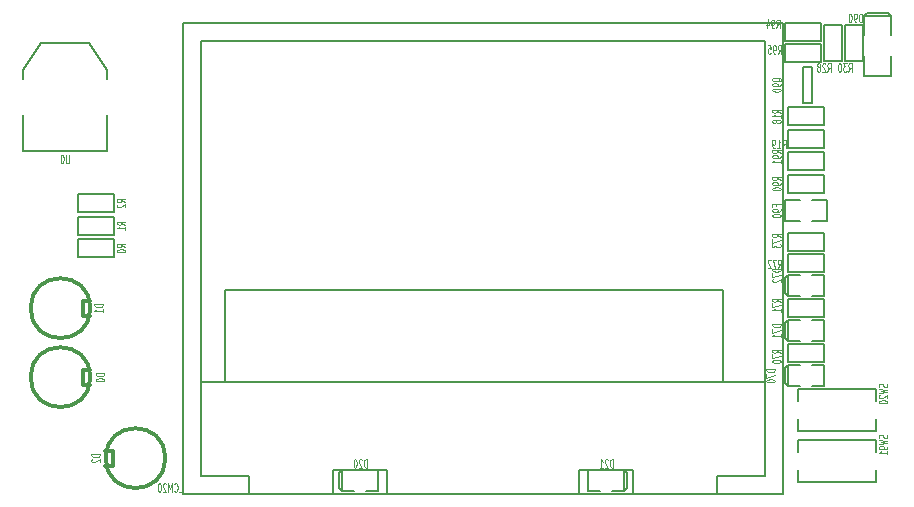
<source format=gbo>
G04 (created by PCBNEW (2013-03-31 BZR 4008)-stable) date 03/04/2013 13:08:04*
%MOIN*%
G04 Gerber Fmt 3.4, Leading zero omitted, Abs format*
%FSLAX34Y34*%
G01*
G70*
G90*
G04 APERTURE LIST*
%ADD10C,2.3622e-006*%
%ADD11C,0.005*%
%ADD12C,0.008*%
%ADD13C,0.012*%
%ADD14C,0.0045*%
G04 APERTURE END LIST*
G54D10*
G54D11*
X100150Y-44650D02*
X100150Y-45850D01*
X100150Y-45850D02*
X100450Y-45850D01*
X100450Y-45850D02*
X100450Y-44650D01*
X100450Y-44650D02*
X100150Y-44650D01*
X100050Y-49800D02*
X99550Y-49800D01*
X99550Y-49800D02*
X99550Y-49100D01*
X99550Y-49100D02*
X100050Y-49100D01*
X100450Y-49800D02*
X100950Y-49800D01*
X100950Y-49800D02*
X100950Y-49100D01*
X100950Y-49100D02*
X100450Y-49100D01*
X99650Y-46600D02*
X100850Y-46600D01*
X100850Y-46600D02*
X100850Y-46000D01*
X100850Y-46000D02*
X99650Y-46000D01*
X99650Y-46000D02*
X99650Y-46600D01*
X100850Y-46750D02*
X99650Y-46750D01*
X99650Y-46750D02*
X99650Y-47350D01*
X99650Y-47350D02*
X100850Y-47350D01*
X100850Y-47350D02*
X100850Y-46750D01*
X100850Y-48250D02*
X99650Y-48250D01*
X99650Y-48250D02*
X99650Y-48850D01*
X99650Y-48850D02*
X100850Y-48850D01*
X100850Y-48850D02*
X100850Y-48250D01*
X100850Y-47500D02*
X99650Y-47500D01*
X99650Y-47500D02*
X99650Y-48100D01*
X99650Y-48100D02*
X100850Y-48100D01*
X100850Y-48100D02*
X100850Y-47500D01*
X99550Y-43800D02*
X100750Y-43800D01*
X100750Y-43800D02*
X100750Y-43200D01*
X100750Y-43200D02*
X99550Y-43200D01*
X99550Y-43200D02*
X99550Y-43800D01*
X100750Y-43900D02*
X99550Y-43900D01*
X99550Y-43900D02*
X99550Y-44500D01*
X99550Y-44500D02*
X100750Y-44500D01*
X100750Y-44500D02*
X100750Y-43900D01*
X103100Y-42950D02*
X103000Y-42850D01*
X103000Y-42850D02*
X102300Y-42850D01*
X102300Y-42850D02*
X102200Y-42950D01*
X103100Y-44950D02*
X102200Y-44950D01*
X102200Y-44950D02*
X102200Y-44300D01*
X103100Y-43600D02*
X103100Y-42950D01*
X103100Y-42950D02*
X102200Y-42950D01*
X102200Y-42950D02*
X102200Y-43600D01*
X103100Y-44300D02*
X103100Y-44950D01*
X84800Y-58800D02*
X84700Y-58700D01*
X84700Y-58700D02*
X84700Y-58200D01*
X84700Y-58200D02*
X84800Y-58100D01*
X85200Y-58800D02*
X84800Y-58800D01*
X84800Y-58800D02*
X84800Y-58100D01*
X84800Y-58100D02*
X85200Y-58100D01*
X85600Y-58800D02*
X86000Y-58800D01*
X86000Y-58800D02*
X86000Y-58100D01*
X86000Y-58100D02*
X85600Y-58100D01*
X94200Y-58100D02*
X94300Y-58200D01*
X94300Y-58200D02*
X94300Y-58700D01*
X94300Y-58700D02*
X94200Y-58800D01*
X93800Y-58100D02*
X94200Y-58100D01*
X94200Y-58100D02*
X94200Y-58800D01*
X94200Y-58800D02*
X93800Y-58800D01*
X93400Y-58100D02*
X93000Y-58100D01*
X93000Y-58100D02*
X93000Y-58800D01*
X93000Y-58800D02*
X93400Y-58800D01*
X99650Y-55300D02*
X99550Y-55200D01*
X99550Y-55200D02*
X99550Y-54700D01*
X99550Y-54700D02*
X99650Y-54600D01*
X100050Y-55300D02*
X99650Y-55300D01*
X99650Y-55300D02*
X99650Y-54600D01*
X99650Y-54600D02*
X100050Y-54600D01*
X100450Y-55300D02*
X100850Y-55300D01*
X100850Y-55300D02*
X100850Y-54600D01*
X100850Y-54600D02*
X100450Y-54600D01*
X99650Y-53800D02*
X99550Y-53700D01*
X99550Y-53700D02*
X99550Y-53200D01*
X99550Y-53200D02*
X99650Y-53100D01*
X100050Y-53800D02*
X99650Y-53800D01*
X99650Y-53800D02*
X99650Y-53100D01*
X99650Y-53100D02*
X100050Y-53100D01*
X100450Y-53800D02*
X100850Y-53800D01*
X100850Y-53800D02*
X100850Y-53100D01*
X100850Y-53100D02*
X100450Y-53100D01*
X99650Y-52300D02*
X99550Y-52200D01*
X99550Y-52200D02*
X99550Y-51700D01*
X99550Y-51700D02*
X99650Y-51600D01*
X100050Y-52300D02*
X99650Y-52300D01*
X99650Y-52300D02*
X99650Y-51600D01*
X99650Y-51600D02*
X100050Y-51600D01*
X100450Y-52300D02*
X100850Y-52300D01*
X100850Y-52300D02*
X100850Y-51600D01*
X100850Y-51600D02*
X100450Y-51600D01*
X100850Y-53900D02*
X99650Y-53900D01*
X99650Y-53900D02*
X99650Y-54500D01*
X99650Y-54500D02*
X100850Y-54500D01*
X100850Y-54500D02*
X100850Y-53900D01*
X100850Y-52400D02*
X99650Y-52400D01*
X99650Y-52400D02*
X99650Y-53000D01*
X99650Y-53000D02*
X100850Y-53000D01*
X100850Y-53000D02*
X100850Y-52400D01*
X100850Y-50900D02*
X99650Y-50900D01*
X99650Y-50900D02*
X99650Y-51500D01*
X99650Y-51500D02*
X100850Y-51500D01*
X100850Y-51500D02*
X100850Y-50900D01*
X100850Y-50200D02*
X99650Y-50200D01*
X99650Y-50200D02*
X99650Y-50800D01*
X99650Y-50800D02*
X100850Y-50800D01*
X100850Y-50800D02*
X100850Y-50200D01*
X77200Y-50400D02*
X76000Y-50400D01*
X76000Y-50400D02*
X76000Y-51000D01*
X76000Y-51000D02*
X77200Y-51000D01*
X77200Y-51000D02*
X77200Y-50400D01*
X77200Y-49650D02*
X76000Y-49650D01*
X76000Y-49650D02*
X76000Y-50250D01*
X76000Y-50250D02*
X77200Y-50250D01*
X77200Y-50250D02*
X77200Y-49650D01*
X77200Y-48900D02*
X76000Y-48900D01*
X76000Y-48900D02*
X76000Y-49500D01*
X76000Y-49500D02*
X77200Y-49500D01*
X77200Y-49500D02*
X77200Y-48900D01*
X102600Y-56400D02*
X102600Y-56800D01*
X102600Y-56800D02*
X100000Y-56800D01*
X100000Y-56800D02*
X100000Y-56400D01*
X102600Y-55800D02*
X102600Y-55400D01*
X102600Y-55400D02*
X100000Y-55400D01*
X100000Y-55400D02*
X100000Y-55800D01*
G54D12*
X76950Y-46250D02*
X76950Y-47450D01*
X76950Y-47450D02*
X74150Y-47450D01*
X74150Y-47450D02*
X74150Y-46250D01*
X76950Y-45050D02*
X76950Y-44750D01*
X76950Y-44750D02*
X76350Y-43850D01*
X76350Y-43850D02*
X74750Y-43850D01*
X74750Y-43850D02*
X74150Y-44750D01*
X74150Y-44750D02*
X74150Y-45050D01*
G54D13*
X76400Y-55000D02*
G75*
G03X76400Y-55000I-1000J0D01*
G74*
G01*
X76400Y-55250D02*
X76150Y-55250D01*
X76150Y-55250D02*
X76150Y-54750D01*
X76150Y-54750D02*
X76400Y-54750D01*
X76400Y-52700D02*
G75*
G03X76400Y-52700I-1000J0D01*
G74*
G01*
X76400Y-52950D02*
X76150Y-52950D01*
X76150Y-52950D02*
X76150Y-52450D01*
X76150Y-52450D02*
X76400Y-52450D01*
X78900Y-57700D02*
G75*
G03X78900Y-57700I-1000J0D01*
G74*
G01*
X76900Y-57450D02*
X77150Y-57450D01*
X77150Y-57450D02*
X77150Y-57950D01*
X77150Y-57950D02*
X76900Y-57950D01*
G54D11*
X101450Y-44450D02*
X101450Y-43250D01*
X101450Y-43250D02*
X100850Y-43250D01*
X100850Y-43250D02*
X100850Y-44450D01*
X100850Y-44450D02*
X101450Y-44450D01*
X101550Y-43250D02*
X101550Y-44450D01*
X101550Y-44450D02*
X102150Y-44450D01*
X102150Y-44450D02*
X102150Y-43250D01*
X102150Y-43250D02*
X101550Y-43250D01*
X102600Y-58100D02*
X102600Y-58500D01*
X102600Y-58500D02*
X100000Y-58500D01*
X100000Y-58500D02*
X100000Y-58100D01*
X102600Y-57500D02*
X102600Y-57100D01*
X102600Y-57100D02*
X100000Y-57100D01*
X100000Y-57100D02*
X100000Y-57500D01*
X80900Y-52100D02*
X80900Y-55150D01*
X97500Y-52100D02*
X97500Y-55150D01*
X80900Y-52100D02*
X97500Y-52100D01*
X98900Y-55150D02*
X80100Y-55150D01*
X84500Y-58900D02*
X84500Y-58100D01*
X84500Y-58100D02*
X86300Y-58100D01*
X86300Y-58100D02*
X86300Y-58900D01*
X94500Y-58900D02*
X94500Y-58100D01*
X94500Y-58100D02*
X92700Y-58100D01*
X92700Y-58100D02*
X92700Y-58900D01*
X81700Y-58900D02*
X81700Y-58300D01*
X81700Y-58300D02*
X80100Y-58300D01*
X80100Y-58300D02*
X80100Y-43800D01*
X80100Y-43800D02*
X98900Y-43800D01*
X98900Y-43800D02*
X98900Y-58300D01*
X98900Y-58300D02*
X97300Y-58300D01*
X97300Y-58300D02*
X97300Y-58900D01*
X99500Y-43200D02*
X79500Y-43200D01*
X79500Y-58900D02*
X99500Y-58900D01*
X79500Y-43200D02*
X79500Y-58900D01*
X99500Y-43200D02*
X99500Y-58900D01*
G54D14*
X99440Y-45147D02*
X99426Y-45130D01*
X99400Y-45112D01*
X99360Y-45087D01*
X99346Y-45070D01*
X99346Y-45052D01*
X99413Y-45061D02*
X99400Y-45044D01*
X99373Y-45027D01*
X99320Y-45018D01*
X99226Y-45018D01*
X99173Y-45027D01*
X99146Y-45044D01*
X99133Y-45061D01*
X99133Y-45095D01*
X99146Y-45112D01*
X99173Y-45130D01*
X99226Y-45138D01*
X99320Y-45138D01*
X99373Y-45130D01*
X99400Y-45112D01*
X99413Y-45095D01*
X99413Y-45061D01*
X99413Y-45224D02*
X99413Y-45258D01*
X99400Y-45275D01*
X99386Y-45284D01*
X99346Y-45301D01*
X99293Y-45310D01*
X99186Y-45310D01*
X99160Y-45301D01*
X99146Y-45292D01*
X99133Y-45275D01*
X99133Y-45241D01*
X99146Y-45224D01*
X99160Y-45215D01*
X99186Y-45207D01*
X99253Y-45207D01*
X99280Y-45215D01*
X99293Y-45224D01*
X99306Y-45241D01*
X99306Y-45275D01*
X99293Y-45292D01*
X99280Y-45301D01*
X99253Y-45310D01*
X99133Y-45421D02*
X99133Y-45438D01*
X99146Y-45455D01*
X99160Y-45464D01*
X99186Y-45472D01*
X99240Y-45481D01*
X99306Y-45481D01*
X99360Y-45472D01*
X99386Y-45464D01*
X99400Y-45455D01*
X99413Y-45438D01*
X99413Y-45421D01*
X99400Y-45404D01*
X99386Y-45395D01*
X99360Y-45387D01*
X99306Y-45378D01*
X99240Y-45378D01*
X99186Y-45387D01*
X99160Y-45395D01*
X99146Y-45404D01*
X99133Y-45421D01*
X99266Y-49304D02*
X99266Y-49244D01*
X99413Y-49244D02*
X99133Y-49244D01*
X99133Y-49329D01*
X99413Y-49407D02*
X99413Y-49441D01*
X99400Y-49458D01*
X99386Y-49467D01*
X99346Y-49484D01*
X99293Y-49492D01*
X99186Y-49492D01*
X99160Y-49484D01*
X99146Y-49475D01*
X99133Y-49458D01*
X99133Y-49424D01*
X99146Y-49407D01*
X99160Y-49398D01*
X99186Y-49390D01*
X99253Y-49390D01*
X99280Y-49398D01*
X99293Y-49407D01*
X99306Y-49424D01*
X99306Y-49458D01*
X99293Y-49475D01*
X99280Y-49484D01*
X99253Y-49492D01*
X99133Y-49604D02*
X99133Y-49621D01*
X99146Y-49638D01*
X99160Y-49647D01*
X99186Y-49655D01*
X99240Y-49664D01*
X99306Y-49664D01*
X99360Y-49655D01*
X99386Y-49647D01*
X99400Y-49638D01*
X99413Y-49621D01*
X99413Y-49604D01*
X99400Y-49587D01*
X99386Y-49578D01*
X99360Y-49570D01*
X99306Y-49561D01*
X99240Y-49561D01*
X99186Y-49570D01*
X99160Y-49578D01*
X99146Y-49587D01*
X99133Y-49604D01*
X99413Y-46184D02*
X99280Y-46124D01*
X99413Y-46081D02*
X99133Y-46081D01*
X99133Y-46150D01*
X99146Y-46167D01*
X99160Y-46175D01*
X99186Y-46184D01*
X99226Y-46184D01*
X99253Y-46175D01*
X99266Y-46167D01*
X99280Y-46150D01*
X99280Y-46081D01*
X99413Y-46355D02*
X99413Y-46252D01*
X99413Y-46304D02*
X99133Y-46304D01*
X99173Y-46287D01*
X99200Y-46270D01*
X99213Y-46252D01*
X99253Y-46458D02*
X99240Y-46441D01*
X99226Y-46432D01*
X99200Y-46424D01*
X99186Y-46424D01*
X99160Y-46432D01*
X99146Y-46441D01*
X99133Y-46458D01*
X99133Y-46492D01*
X99146Y-46510D01*
X99160Y-46518D01*
X99186Y-46527D01*
X99200Y-46527D01*
X99226Y-46518D01*
X99240Y-46510D01*
X99253Y-46492D01*
X99253Y-46458D01*
X99266Y-46441D01*
X99280Y-46432D01*
X99306Y-46424D01*
X99360Y-46424D01*
X99386Y-46432D01*
X99400Y-46441D01*
X99413Y-46458D01*
X99413Y-46492D01*
X99400Y-46510D01*
X99386Y-46518D01*
X99360Y-46527D01*
X99306Y-46527D01*
X99280Y-46518D01*
X99266Y-46510D01*
X99253Y-46492D01*
X99465Y-47363D02*
X99525Y-47230D01*
X99568Y-47363D02*
X99568Y-47083D01*
X99500Y-47083D01*
X99482Y-47096D01*
X99474Y-47110D01*
X99465Y-47136D01*
X99465Y-47176D01*
X99474Y-47203D01*
X99482Y-47216D01*
X99500Y-47230D01*
X99568Y-47230D01*
X99294Y-47363D02*
X99397Y-47363D01*
X99345Y-47363D02*
X99345Y-47083D01*
X99362Y-47123D01*
X99380Y-47150D01*
X99397Y-47163D01*
X99208Y-47363D02*
X99174Y-47363D01*
X99157Y-47350D01*
X99148Y-47336D01*
X99131Y-47296D01*
X99122Y-47243D01*
X99122Y-47136D01*
X99131Y-47110D01*
X99140Y-47096D01*
X99157Y-47083D01*
X99191Y-47083D01*
X99208Y-47096D01*
X99217Y-47110D01*
X99225Y-47136D01*
X99225Y-47203D01*
X99217Y-47230D01*
X99208Y-47243D01*
X99191Y-47256D01*
X99157Y-47256D01*
X99140Y-47243D01*
X99131Y-47230D01*
X99122Y-47203D01*
X99413Y-48434D02*
X99280Y-48374D01*
X99413Y-48331D02*
X99133Y-48331D01*
X99133Y-48400D01*
X99146Y-48417D01*
X99160Y-48425D01*
X99186Y-48434D01*
X99226Y-48434D01*
X99253Y-48425D01*
X99266Y-48417D01*
X99280Y-48400D01*
X99280Y-48331D01*
X99413Y-48520D02*
X99413Y-48554D01*
X99400Y-48571D01*
X99386Y-48580D01*
X99346Y-48597D01*
X99293Y-48605D01*
X99186Y-48605D01*
X99160Y-48597D01*
X99146Y-48588D01*
X99133Y-48571D01*
X99133Y-48537D01*
X99146Y-48520D01*
X99160Y-48511D01*
X99186Y-48502D01*
X99253Y-48502D01*
X99280Y-48511D01*
X99293Y-48520D01*
X99306Y-48537D01*
X99306Y-48571D01*
X99293Y-48588D01*
X99280Y-48597D01*
X99253Y-48605D01*
X99133Y-48717D02*
X99133Y-48734D01*
X99146Y-48751D01*
X99160Y-48760D01*
X99186Y-48768D01*
X99240Y-48777D01*
X99306Y-48777D01*
X99360Y-48768D01*
X99386Y-48760D01*
X99400Y-48751D01*
X99413Y-48734D01*
X99413Y-48717D01*
X99400Y-48700D01*
X99386Y-48691D01*
X99360Y-48682D01*
X99306Y-48674D01*
X99240Y-48674D01*
X99186Y-48682D01*
X99160Y-48691D01*
X99146Y-48700D01*
X99133Y-48717D01*
X99413Y-47534D02*
X99280Y-47474D01*
X99413Y-47431D02*
X99133Y-47431D01*
X99133Y-47500D01*
X99146Y-47517D01*
X99160Y-47525D01*
X99186Y-47534D01*
X99226Y-47534D01*
X99253Y-47525D01*
X99266Y-47517D01*
X99280Y-47500D01*
X99280Y-47431D01*
X99413Y-47620D02*
X99413Y-47654D01*
X99400Y-47671D01*
X99386Y-47680D01*
X99346Y-47697D01*
X99293Y-47705D01*
X99186Y-47705D01*
X99160Y-47697D01*
X99146Y-47688D01*
X99133Y-47671D01*
X99133Y-47637D01*
X99146Y-47620D01*
X99160Y-47611D01*
X99186Y-47602D01*
X99253Y-47602D01*
X99280Y-47611D01*
X99293Y-47620D01*
X99306Y-47637D01*
X99306Y-47671D01*
X99293Y-47688D01*
X99280Y-47697D01*
X99253Y-47705D01*
X99413Y-47877D02*
X99413Y-47774D01*
X99413Y-47825D02*
X99133Y-47825D01*
X99173Y-47808D01*
X99200Y-47791D01*
X99213Y-47774D01*
X99265Y-43363D02*
X99325Y-43230D01*
X99368Y-43363D02*
X99368Y-43083D01*
X99300Y-43083D01*
X99282Y-43096D01*
X99274Y-43110D01*
X99265Y-43136D01*
X99265Y-43176D01*
X99274Y-43203D01*
X99282Y-43216D01*
X99300Y-43230D01*
X99368Y-43230D01*
X99180Y-43363D02*
X99145Y-43363D01*
X99128Y-43350D01*
X99120Y-43336D01*
X99102Y-43296D01*
X99094Y-43243D01*
X99094Y-43136D01*
X99102Y-43110D01*
X99111Y-43096D01*
X99128Y-43083D01*
X99162Y-43083D01*
X99180Y-43096D01*
X99188Y-43110D01*
X99197Y-43136D01*
X99197Y-43203D01*
X99188Y-43230D01*
X99180Y-43243D01*
X99162Y-43256D01*
X99128Y-43256D01*
X99111Y-43243D01*
X99102Y-43230D01*
X99094Y-43203D01*
X98940Y-43176D02*
X98940Y-43363D01*
X98982Y-43070D02*
X99025Y-43270D01*
X98914Y-43270D01*
X99315Y-44213D02*
X99375Y-44080D01*
X99418Y-44213D02*
X99418Y-43933D01*
X99350Y-43933D01*
X99332Y-43946D01*
X99324Y-43960D01*
X99315Y-43986D01*
X99315Y-44026D01*
X99324Y-44053D01*
X99332Y-44066D01*
X99350Y-44080D01*
X99418Y-44080D01*
X99230Y-44213D02*
X99195Y-44213D01*
X99178Y-44200D01*
X99170Y-44186D01*
X99152Y-44146D01*
X99144Y-44093D01*
X99144Y-43986D01*
X99152Y-43960D01*
X99161Y-43946D01*
X99178Y-43933D01*
X99212Y-43933D01*
X99230Y-43946D01*
X99238Y-43960D01*
X99247Y-43986D01*
X99247Y-44053D01*
X99238Y-44080D01*
X99230Y-44093D01*
X99212Y-44106D01*
X99178Y-44106D01*
X99161Y-44093D01*
X99152Y-44080D01*
X99144Y-44053D01*
X98981Y-43933D02*
X99067Y-43933D01*
X99075Y-44066D01*
X99067Y-44053D01*
X99050Y-44040D01*
X99007Y-44040D01*
X98990Y-44053D01*
X98981Y-44066D01*
X98972Y-44093D01*
X98972Y-44160D01*
X98981Y-44186D01*
X98990Y-44200D01*
X99007Y-44213D01*
X99050Y-44213D01*
X99067Y-44200D01*
X99075Y-44186D01*
X102118Y-43163D02*
X102118Y-42883D01*
X102075Y-42883D01*
X102050Y-42896D01*
X102032Y-42923D01*
X102024Y-42950D01*
X102015Y-43003D01*
X102015Y-43043D01*
X102024Y-43096D01*
X102032Y-43123D01*
X102050Y-43150D01*
X102075Y-43163D01*
X102118Y-43163D01*
X101930Y-43163D02*
X101895Y-43163D01*
X101878Y-43150D01*
X101870Y-43136D01*
X101852Y-43096D01*
X101844Y-43043D01*
X101844Y-42936D01*
X101852Y-42910D01*
X101861Y-42896D01*
X101878Y-42883D01*
X101912Y-42883D01*
X101930Y-42896D01*
X101938Y-42910D01*
X101947Y-42936D01*
X101947Y-43003D01*
X101938Y-43030D01*
X101930Y-43043D01*
X101912Y-43056D01*
X101878Y-43056D01*
X101861Y-43043D01*
X101852Y-43030D01*
X101844Y-43003D01*
X101732Y-42883D02*
X101715Y-42883D01*
X101698Y-42896D01*
X101690Y-42910D01*
X101681Y-42936D01*
X101672Y-42990D01*
X101672Y-43056D01*
X101681Y-43110D01*
X101690Y-43136D01*
X101698Y-43150D01*
X101715Y-43163D01*
X101732Y-43163D01*
X101750Y-43150D01*
X101758Y-43136D01*
X101767Y-43110D01*
X101775Y-43056D01*
X101775Y-42990D01*
X101767Y-42936D01*
X101758Y-42910D01*
X101750Y-42896D01*
X101732Y-42883D01*
X85618Y-58013D02*
X85618Y-57733D01*
X85575Y-57733D01*
X85550Y-57746D01*
X85532Y-57773D01*
X85524Y-57800D01*
X85515Y-57853D01*
X85515Y-57893D01*
X85524Y-57946D01*
X85532Y-57973D01*
X85550Y-58000D01*
X85575Y-58013D01*
X85618Y-58013D01*
X85447Y-57760D02*
X85438Y-57746D01*
X85421Y-57733D01*
X85378Y-57733D01*
X85361Y-57746D01*
X85352Y-57760D01*
X85344Y-57786D01*
X85344Y-57813D01*
X85352Y-57853D01*
X85455Y-58013D01*
X85344Y-58013D01*
X85232Y-57733D02*
X85215Y-57733D01*
X85198Y-57746D01*
X85190Y-57760D01*
X85181Y-57786D01*
X85172Y-57840D01*
X85172Y-57906D01*
X85181Y-57960D01*
X85190Y-57986D01*
X85198Y-58000D01*
X85215Y-58013D01*
X85232Y-58013D01*
X85250Y-58000D01*
X85258Y-57986D01*
X85267Y-57960D01*
X85275Y-57906D01*
X85275Y-57840D01*
X85267Y-57786D01*
X85258Y-57760D01*
X85250Y-57746D01*
X85232Y-57733D01*
X93818Y-58013D02*
X93818Y-57733D01*
X93775Y-57733D01*
X93750Y-57746D01*
X93732Y-57773D01*
X93724Y-57800D01*
X93715Y-57853D01*
X93715Y-57893D01*
X93724Y-57946D01*
X93732Y-57973D01*
X93750Y-58000D01*
X93775Y-58013D01*
X93818Y-58013D01*
X93647Y-57760D02*
X93638Y-57746D01*
X93621Y-57733D01*
X93578Y-57733D01*
X93561Y-57746D01*
X93552Y-57760D01*
X93544Y-57786D01*
X93544Y-57813D01*
X93552Y-57853D01*
X93655Y-58013D01*
X93544Y-58013D01*
X93372Y-58013D02*
X93475Y-58013D01*
X93424Y-58013D02*
X93424Y-57733D01*
X93441Y-57773D01*
X93458Y-57800D01*
X93475Y-57813D01*
X99213Y-54731D02*
X98933Y-54731D01*
X98933Y-54774D01*
X98946Y-54800D01*
X98973Y-54817D01*
X99000Y-54825D01*
X99053Y-54834D01*
X99093Y-54834D01*
X99146Y-54825D01*
X99173Y-54817D01*
X99200Y-54800D01*
X99213Y-54774D01*
X99213Y-54731D01*
X98933Y-54894D02*
X98933Y-55014D01*
X99213Y-54937D01*
X98933Y-55117D02*
X98933Y-55134D01*
X98946Y-55151D01*
X98960Y-55160D01*
X98986Y-55168D01*
X99040Y-55177D01*
X99106Y-55177D01*
X99160Y-55168D01*
X99186Y-55160D01*
X99200Y-55151D01*
X99213Y-55134D01*
X99213Y-55117D01*
X99200Y-55100D01*
X99186Y-55091D01*
X99160Y-55082D01*
X99106Y-55074D01*
X99040Y-55074D01*
X98986Y-55082D01*
X98960Y-55091D01*
X98946Y-55100D01*
X98933Y-55117D01*
X99413Y-53231D02*
X99133Y-53231D01*
X99133Y-53274D01*
X99146Y-53300D01*
X99173Y-53317D01*
X99200Y-53325D01*
X99253Y-53334D01*
X99293Y-53334D01*
X99346Y-53325D01*
X99373Y-53317D01*
X99400Y-53300D01*
X99413Y-53274D01*
X99413Y-53231D01*
X99133Y-53394D02*
X99133Y-53514D01*
X99413Y-53437D01*
X99413Y-53677D02*
X99413Y-53574D01*
X99413Y-53625D02*
X99133Y-53625D01*
X99173Y-53608D01*
X99200Y-53591D01*
X99213Y-53574D01*
X99413Y-51381D02*
X99133Y-51381D01*
X99133Y-51424D01*
X99146Y-51450D01*
X99173Y-51467D01*
X99200Y-51475D01*
X99253Y-51484D01*
X99293Y-51484D01*
X99346Y-51475D01*
X99373Y-51467D01*
X99400Y-51450D01*
X99413Y-51424D01*
X99413Y-51381D01*
X99133Y-51544D02*
X99133Y-51664D01*
X99413Y-51587D01*
X99160Y-51724D02*
X99146Y-51732D01*
X99133Y-51750D01*
X99133Y-51792D01*
X99146Y-51810D01*
X99160Y-51818D01*
X99186Y-51827D01*
X99213Y-51827D01*
X99253Y-51818D01*
X99413Y-51715D01*
X99413Y-51827D01*
X99413Y-54184D02*
X99280Y-54124D01*
X99413Y-54081D02*
X99133Y-54081D01*
X99133Y-54150D01*
X99146Y-54167D01*
X99160Y-54175D01*
X99186Y-54184D01*
X99226Y-54184D01*
X99253Y-54175D01*
X99266Y-54167D01*
X99280Y-54150D01*
X99280Y-54081D01*
X99133Y-54244D02*
X99133Y-54364D01*
X99413Y-54287D01*
X99133Y-54467D02*
X99133Y-54484D01*
X99146Y-54501D01*
X99160Y-54510D01*
X99186Y-54518D01*
X99240Y-54527D01*
X99306Y-54527D01*
X99360Y-54518D01*
X99386Y-54510D01*
X99400Y-54501D01*
X99413Y-54484D01*
X99413Y-54467D01*
X99400Y-54450D01*
X99386Y-54441D01*
X99360Y-54432D01*
X99306Y-54424D01*
X99240Y-54424D01*
X99186Y-54432D01*
X99160Y-54441D01*
X99146Y-54450D01*
X99133Y-54467D01*
X99413Y-52484D02*
X99280Y-52424D01*
X99413Y-52381D02*
X99133Y-52381D01*
X99133Y-52450D01*
X99146Y-52467D01*
X99160Y-52475D01*
X99186Y-52484D01*
X99226Y-52484D01*
X99253Y-52475D01*
X99266Y-52467D01*
X99280Y-52450D01*
X99280Y-52381D01*
X99133Y-52544D02*
X99133Y-52664D01*
X99413Y-52587D01*
X99413Y-52827D02*
X99413Y-52724D01*
X99413Y-52775D02*
X99133Y-52775D01*
X99173Y-52758D01*
X99200Y-52741D01*
X99213Y-52724D01*
X99315Y-51363D02*
X99375Y-51230D01*
X99418Y-51363D02*
X99418Y-51083D01*
X99350Y-51083D01*
X99332Y-51096D01*
X99324Y-51110D01*
X99315Y-51136D01*
X99315Y-51176D01*
X99324Y-51203D01*
X99332Y-51216D01*
X99350Y-51230D01*
X99418Y-51230D01*
X99255Y-51083D02*
X99135Y-51083D01*
X99212Y-51363D01*
X99075Y-51110D02*
X99067Y-51096D01*
X99050Y-51083D01*
X99007Y-51083D01*
X98990Y-51096D01*
X98981Y-51110D01*
X98972Y-51136D01*
X98972Y-51163D01*
X98981Y-51203D01*
X99084Y-51363D01*
X98972Y-51363D01*
X99413Y-50334D02*
X99280Y-50274D01*
X99413Y-50231D02*
X99133Y-50231D01*
X99133Y-50300D01*
X99146Y-50317D01*
X99160Y-50325D01*
X99186Y-50334D01*
X99226Y-50334D01*
X99253Y-50325D01*
X99266Y-50317D01*
X99280Y-50300D01*
X99280Y-50231D01*
X99133Y-50394D02*
X99133Y-50514D01*
X99413Y-50437D01*
X99133Y-50565D02*
X99133Y-50677D01*
X99240Y-50617D01*
X99240Y-50642D01*
X99253Y-50660D01*
X99266Y-50668D01*
X99293Y-50677D01*
X99360Y-50677D01*
X99386Y-50668D01*
X99400Y-50660D01*
X99413Y-50642D01*
X99413Y-50591D01*
X99400Y-50574D01*
X99386Y-50565D01*
X77563Y-50670D02*
X77430Y-50610D01*
X77563Y-50567D02*
X77283Y-50567D01*
X77283Y-50635D01*
X77296Y-50652D01*
X77310Y-50661D01*
X77336Y-50670D01*
X77376Y-50670D01*
X77403Y-50661D01*
X77416Y-50652D01*
X77430Y-50635D01*
X77430Y-50567D01*
X77283Y-50781D02*
X77283Y-50798D01*
X77296Y-50815D01*
X77310Y-50824D01*
X77336Y-50832D01*
X77390Y-50841D01*
X77456Y-50841D01*
X77510Y-50832D01*
X77536Y-50824D01*
X77550Y-50815D01*
X77563Y-50798D01*
X77563Y-50781D01*
X77550Y-50764D01*
X77536Y-50755D01*
X77510Y-50747D01*
X77456Y-50738D01*
X77390Y-50738D01*
X77336Y-50747D01*
X77310Y-50755D01*
X77296Y-50764D01*
X77283Y-50781D01*
X77563Y-49920D02*
X77430Y-49860D01*
X77563Y-49817D02*
X77283Y-49817D01*
X77283Y-49885D01*
X77296Y-49902D01*
X77310Y-49911D01*
X77336Y-49920D01*
X77376Y-49920D01*
X77403Y-49911D01*
X77416Y-49902D01*
X77430Y-49885D01*
X77430Y-49817D01*
X77563Y-50091D02*
X77563Y-49988D01*
X77563Y-50040D02*
X77283Y-50040D01*
X77323Y-50022D01*
X77350Y-50005D01*
X77363Y-49988D01*
X77563Y-49170D02*
X77430Y-49110D01*
X77563Y-49067D02*
X77283Y-49067D01*
X77283Y-49135D01*
X77296Y-49152D01*
X77310Y-49161D01*
X77336Y-49170D01*
X77376Y-49170D01*
X77403Y-49161D01*
X77416Y-49152D01*
X77430Y-49135D01*
X77430Y-49067D01*
X77310Y-49238D02*
X77296Y-49247D01*
X77283Y-49264D01*
X77283Y-49307D01*
X77296Y-49324D01*
X77310Y-49332D01*
X77336Y-49341D01*
X77363Y-49341D01*
X77403Y-49332D01*
X77563Y-49230D01*
X77563Y-49341D01*
X102950Y-55224D02*
X102963Y-55250D01*
X102963Y-55292D01*
X102950Y-55310D01*
X102936Y-55318D01*
X102910Y-55327D01*
X102883Y-55327D01*
X102856Y-55318D01*
X102843Y-55310D01*
X102830Y-55292D01*
X102816Y-55258D01*
X102803Y-55241D01*
X102790Y-55232D01*
X102763Y-55224D01*
X102736Y-55224D01*
X102710Y-55232D01*
X102696Y-55241D01*
X102683Y-55258D01*
X102683Y-55301D01*
X102696Y-55327D01*
X102683Y-55387D02*
X102963Y-55430D01*
X102763Y-55464D01*
X102963Y-55498D01*
X102683Y-55541D01*
X102710Y-55601D02*
X102696Y-55610D01*
X102683Y-55627D01*
X102683Y-55670D01*
X102696Y-55687D01*
X102710Y-55695D01*
X102736Y-55704D01*
X102763Y-55704D01*
X102803Y-55695D01*
X102963Y-55592D01*
X102963Y-55704D01*
X102683Y-55815D02*
X102683Y-55832D01*
X102696Y-55850D01*
X102710Y-55858D01*
X102736Y-55867D01*
X102790Y-55875D01*
X102856Y-55875D01*
X102910Y-55867D01*
X102936Y-55858D01*
X102950Y-55850D01*
X102963Y-55832D01*
X102963Y-55815D01*
X102950Y-55798D01*
X102936Y-55790D01*
X102910Y-55781D01*
X102856Y-55772D01*
X102790Y-55772D01*
X102736Y-55781D01*
X102710Y-55790D01*
X102696Y-55798D01*
X102683Y-55815D01*
X75687Y-47583D02*
X75687Y-47810D01*
X75678Y-47836D01*
X75670Y-47850D01*
X75652Y-47863D01*
X75618Y-47863D01*
X75601Y-47850D01*
X75592Y-47836D01*
X75584Y-47810D01*
X75584Y-47583D01*
X75464Y-47583D02*
X75447Y-47583D01*
X75430Y-47596D01*
X75421Y-47610D01*
X75412Y-47636D01*
X75404Y-47690D01*
X75404Y-47756D01*
X75412Y-47810D01*
X75421Y-47836D01*
X75430Y-47850D01*
X75447Y-47863D01*
X75464Y-47863D01*
X75481Y-47850D01*
X75490Y-47836D01*
X75498Y-47810D01*
X75507Y-47756D01*
X75507Y-47690D01*
X75498Y-47636D01*
X75490Y-47610D01*
X75481Y-47596D01*
X75464Y-47583D01*
X76863Y-54867D02*
X76583Y-54867D01*
X76583Y-54910D01*
X76596Y-54935D01*
X76623Y-54952D01*
X76650Y-54961D01*
X76703Y-54970D01*
X76743Y-54970D01*
X76796Y-54961D01*
X76823Y-54952D01*
X76850Y-54935D01*
X76863Y-54910D01*
X76863Y-54867D01*
X76583Y-55081D02*
X76583Y-55098D01*
X76596Y-55115D01*
X76610Y-55124D01*
X76636Y-55132D01*
X76690Y-55141D01*
X76756Y-55141D01*
X76810Y-55132D01*
X76836Y-55124D01*
X76850Y-55115D01*
X76863Y-55098D01*
X76863Y-55081D01*
X76850Y-55064D01*
X76836Y-55055D01*
X76810Y-55047D01*
X76756Y-55038D01*
X76690Y-55038D01*
X76636Y-55047D01*
X76610Y-55055D01*
X76596Y-55064D01*
X76583Y-55081D01*
X76813Y-52567D02*
X76533Y-52567D01*
X76533Y-52610D01*
X76546Y-52635D01*
X76573Y-52652D01*
X76600Y-52661D01*
X76653Y-52670D01*
X76693Y-52670D01*
X76746Y-52661D01*
X76773Y-52652D01*
X76800Y-52635D01*
X76813Y-52610D01*
X76813Y-52567D01*
X76813Y-52841D02*
X76813Y-52738D01*
X76813Y-52790D02*
X76533Y-52790D01*
X76573Y-52772D01*
X76600Y-52755D01*
X76613Y-52738D01*
X76713Y-57567D02*
X76433Y-57567D01*
X76433Y-57610D01*
X76446Y-57635D01*
X76473Y-57652D01*
X76500Y-57661D01*
X76553Y-57670D01*
X76593Y-57670D01*
X76646Y-57661D01*
X76673Y-57652D01*
X76700Y-57635D01*
X76713Y-57610D01*
X76713Y-57567D01*
X76460Y-57738D02*
X76446Y-57747D01*
X76433Y-57764D01*
X76433Y-57807D01*
X76446Y-57824D01*
X76460Y-57832D01*
X76486Y-57841D01*
X76513Y-57841D01*
X76553Y-57832D01*
X76713Y-57730D01*
X76713Y-57841D01*
X100965Y-44813D02*
X101025Y-44680D01*
X101068Y-44813D02*
X101068Y-44533D01*
X101000Y-44533D01*
X100982Y-44546D01*
X100974Y-44560D01*
X100965Y-44586D01*
X100965Y-44626D01*
X100974Y-44653D01*
X100982Y-44666D01*
X101000Y-44680D01*
X101068Y-44680D01*
X100897Y-44560D02*
X100888Y-44546D01*
X100871Y-44533D01*
X100828Y-44533D01*
X100811Y-44546D01*
X100802Y-44560D01*
X100794Y-44586D01*
X100794Y-44613D01*
X100802Y-44653D01*
X100905Y-44813D01*
X100794Y-44813D01*
X100691Y-44653D02*
X100708Y-44640D01*
X100717Y-44626D01*
X100725Y-44600D01*
X100725Y-44586D01*
X100717Y-44560D01*
X100708Y-44546D01*
X100691Y-44533D01*
X100657Y-44533D01*
X100640Y-44546D01*
X100631Y-44560D01*
X100622Y-44586D01*
X100622Y-44600D01*
X100631Y-44626D01*
X100640Y-44640D01*
X100657Y-44653D01*
X100691Y-44653D01*
X100708Y-44666D01*
X100717Y-44680D01*
X100725Y-44706D01*
X100725Y-44760D01*
X100717Y-44786D01*
X100708Y-44800D01*
X100691Y-44813D01*
X100657Y-44813D01*
X100640Y-44800D01*
X100631Y-44786D01*
X100622Y-44760D01*
X100622Y-44706D01*
X100631Y-44680D01*
X100640Y-44666D01*
X100657Y-44653D01*
X101665Y-44813D02*
X101725Y-44680D01*
X101768Y-44813D02*
X101768Y-44533D01*
X101700Y-44533D01*
X101682Y-44546D01*
X101674Y-44560D01*
X101665Y-44586D01*
X101665Y-44626D01*
X101674Y-44653D01*
X101682Y-44666D01*
X101700Y-44680D01*
X101768Y-44680D01*
X101605Y-44533D02*
X101494Y-44533D01*
X101554Y-44640D01*
X101528Y-44640D01*
X101511Y-44653D01*
X101502Y-44666D01*
X101494Y-44693D01*
X101494Y-44760D01*
X101502Y-44786D01*
X101511Y-44800D01*
X101528Y-44813D01*
X101580Y-44813D01*
X101597Y-44800D01*
X101605Y-44786D01*
X101382Y-44533D02*
X101365Y-44533D01*
X101348Y-44546D01*
X101340Y-44560D01*
X101331Y-44586D01*
X101322Y-44640D01*
X101322Y-44706D01*
X101331Y-44760D01*
X101340Y-44786D01*
X101348Y-44800D01*
X101365Y-44813D01*
X101382Y-44813D01*
X101400Y-44800D01*
X101408Y-44786D01*
X101417Y-44760D01*
X101425Y-44706D01*
X101425Y-44640D01*
X101417Y-44586D01*
X101408Y-44560D01*
X101400Y-44546D01*
X101382Y-44533D01*
X102950Y-56924D02*
X102963Y-56950D01*
X102963Y-56992D01*
X102950Y-57010D01*
X102936Y-57018D01*
X102910Y-57027D01*
X102883Y-57027D01*
X102856Y-57018D01*
X102843Y-57010D01*
X102830Y-56992D01*
X102816Y-56958D01*
X102803Y-56941D01*
X102790Y-56932D01*
X102763Y-56924D01*
X102736Y-56924D01*
X102710Y-56932D01*
X102696Y-56941D01*
X102683Y-56958D01*
X102683Y-57001D01*
X102696Y-57027D01*
X102683Y-57087D02*
X102963Y-57130D01*
X102763Y-57164D01*
X102963Y-57198D01*
X102683Y-57241D01*
X102963Y-57318D02*
X102963Y-57352D01*
X102950Y-57370D01*
X102936Y-57378D01*
X102896Y-57395D01*
X102843Y-57404D01*
X102736Y-57404D01*
X102710Y-57395D01*
X102696Y-57387D01*
X102683Y-57370D01*
X102683Y-57335D01*
X102696Y-57318D01*
X102710Y-57310D01*
X102736Y-57301D01*
X102803Y-57301D01*
X102830Y-57310D01*
X102843Y-57318D01*
X102856Y-57335D01*
X102856Y-57370D01*
X102843Y-57387D01*
X102830Y-57395D01*
X102803Y-57404D01*
X102963Y-57575D02*
X102963Y-57472D01*
X102963Y-57524D02*
X102683Y-57524D01*
X102723Y-57507D01*
X102750Y-57490D01*
X102763Y-57472D01*
X79358Y-58813D02*
X79444Y-58813D01*
X79444Y-58533D01*
X79195Y-58786D02*
X79204Y-58800D01*
X79230Y-58813D01*
X79247Y-58813D01*
X79272Y-58800D01*
X79290Y-58773D01*
X79298Y-58746D01*
X79307Y-58693D01*
X79307Y-58653D01*
X79298Y-58600D01*
X79290Y-58573D01*
X79272Y-58546D01*
X79247Y-58533D01*
X79230Y-58533D01*
X79204Y-58546D01*
X79195Y-58560D01*
X79118Y-58813D02*
X79118Y-58533D01*
X79058Y-58733D01*
X78998Y-58533D01*
X78998Y-58813D01*
X78921Y-58560D02*
X78912Y-58546D01*
X78895Y-58533D01*
X78852Y-58533D01*
X78835Y-58546D01*
X78827Y-58560D01*
X78818Y-58586D01*
X78818Y-58613D01*
X78827Y-58653D01*
X78930Y-58813D01*
X78818Y-58813D01*
X78707Y-58533D02*
X78690Y-58533D01*
X78672Y-58546D01*
X78664Y-58560D01*
X78655Y-58586D01*
X78647Y-58640D01*
X78647Y-58706D01*
X78655Y-58760D01*
X78664Y-58786D01*
X78672Y-58800D01*
X78690Y-58813D01*
X78707Y-58813D01*
X78724Y-58800D01*
X78732Y-58786D01*
X78741Y-58760D01*
X78750Y-58706D01*
X78750Y-58640D01*
X78741Y-58586D01*
X78732Y-58560D01*
X78724Y-58546D01*
X78707Y-58533D01*
M02*

</source>
